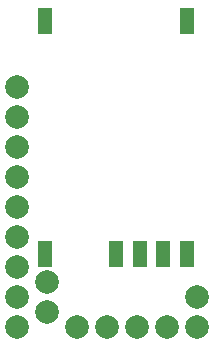
<source format=gbr>
G04 DipTrace 3.0.0.2*
G04 TopMask.gbr*
%MOIN*%
G04 #@! TF.FileFunction,Soldermask,Top*
G04 #@! TF.Part,Single*
%ADD23C,0.078898*%
%ADD25R,0.047402X0.086772*%
%FSLAX26Y26*%
G04*
G70*
G90*
G75*
G01*
G04 TopMask*
%LPD*%
D25*
X539197Y1465984D3*
X1011638D3*
X539197Y690394D3*
X775417D3*
X854157D3*
X932898D3*
X1011638D3*
D23*
X445197Y445984D3*
X1045197D3*
X445197Y545984D3*
Y645984D3*
Y745984D3*
Y845984D3*
Y945984D3*
Y1045984D3*
Y1145984D3*
Y1245984D3*
X1045197Y545984D3*
X545197Y495984D3*
Y595984D3*
X645197Y445984D3*
X745197D3*
X845197D3*
X945197D3*
M02*

</source>
